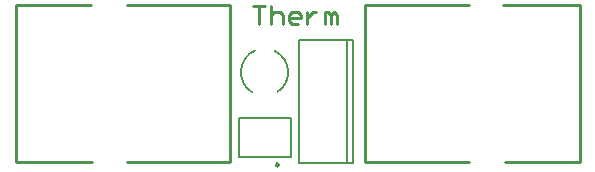
<source format=gto>
%FSLAX23Y23*%
%MOIN*%
G70*
G01*
G75*
%ADD10R,0.057X0.022*%
%ADD11C,0.015*%
%ADD12C,0.150*%
%ADD13C,0.065*%
%ADD14R,0.053X0.053*%
%ADD15C,0.053*%
%ADD16O,0.063X0.055*%
%ADD17R,0.063X0.055*%
%ADD18C,0.010*%
%ADD19C,0.008*%
%ADD20C,0.010*%
D18*
X907Y29D02*
G03*
X907Y29I-5J0D01*
G01*
D19*
X827Y410D02*
G03*
X818Y272I33J-72D01*
G01*
X902D02*
G03*
X893Y410I-42J66D01*
G01*
X773Y55D02*
Y185D01*
X947D01*
Y55D02*
Y185D01*
X773Y55D02*
X947D01*
X975Y35D02*
X1156D01*
X975Y445D02*
X1156D01*
X975Y35D02*
Y445D01*
X1156Y35D02*
Y445D01*
X1136Y35D02*
Y445D01*
D20*
X30Y38D02*
Y562D01*
Y38D02*
X285D01*
X30Y562D02*
X280D01*
X400Y38D02*
X745D01*
X400Y562D02*
X745D01*
Y38D02*
Y562D01*
Y38D02*
Y562D01*
X1910Y38D02*
Y562D01*
X1655D02*
X1910D01*
X1660Y38D02*
X1910D01*
X1195Y562D02*
X1540D01*
X1195Y38D02*
X1540D01*
X1195D02*
Y562D01*
Y38D02*
Y562D01*
X820Y560D02*
X860D01*
X840D01*
Y500D01*
X880Y560D02*
Y500D01*
Y530D01*
X890Y540D01*
X910D01*
X920Y530D01*
Y500D01*
X970D02*
X950D01*
X940Y510D01*
Y530D01*
X950Y540D01*
X970D01*
X980Y530D01*
Y520D01*
X940D01*
X1000Y540D02*
Y500D01*
Y520D01*
X1010Y530D01*
X1020Y540D01*
X1030D01*
X1060Y500D02*
Y540D01*
X1070D01*
X1080Y530D01*
Y500D01*
Y530D01*
X1090Y540D01*
X1100Y530D01*
Y500D01*
M02*

</source>
